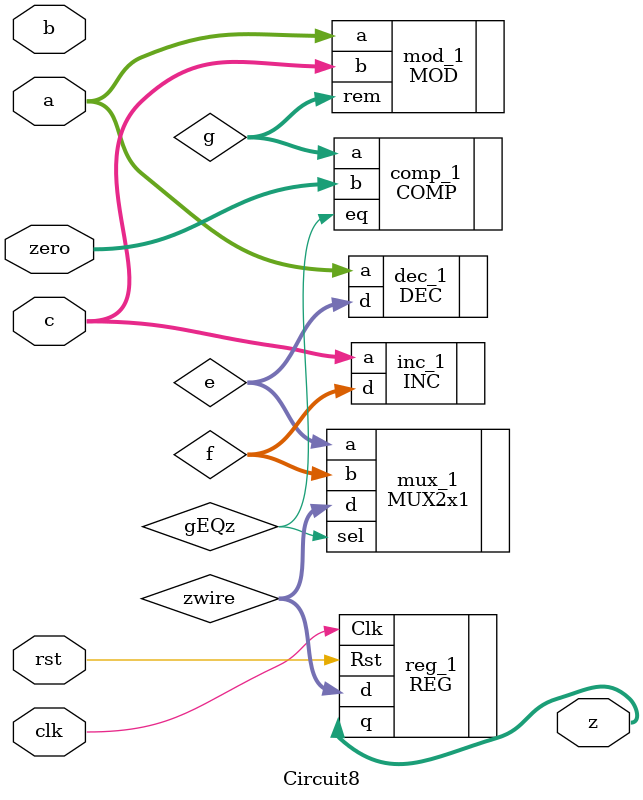
<source format=v>
`timescale 1ns / 1ps


module Circuit8(a, b, c, clk, rst, zero, z);
    input clk, rst;
    
    input [63:0] a, b, c, zero;
    output [63:0] z;
    
    wire [63:0] e, f, g, zwire;
    wire gEQz;
    
    DEC #(64) dec_1 (
        .a(a),
        .d(e)
    );
    
    INC #(64) inc_1 (
        .a(c),
        .d(f)
    );
    
    MOD #(64) mod_1 (
        .a(a),
        .b(c),
        .rem(g)
    );
    
    COMP #(64) comp_1 (
        .a(g),
        .b(zero),
        .eq(gEQz)
    );
    
    MUX2x1 #(64) mux_1 (
        .a(e),
        .b(f),
        .sel(gEQz),
        .d(zwire)
    );
    
    REG #(64) reg_1 (
        .d(zwire),
        .Clk(clk),
        .Rst(rst),
        .q(z)
    );
    
endmodule

</source>
